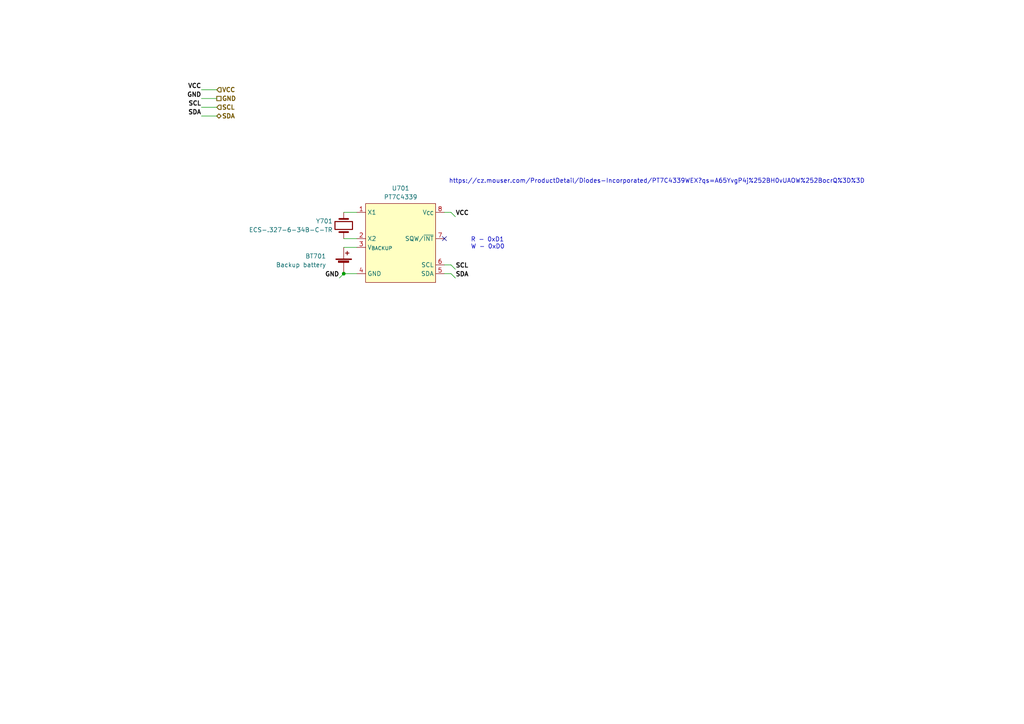
<source format=kicad_sch>
(kicad_sch (version 20211123) (generator eeschema)
  (paper "A4")
  (title_block (title "Control Unit - CanSat 2023") (date "2023-01-18") (rev "2022") (company "Project SkyFall") (comment 1 "David Haisman"))
  (lib_symbols
    (symbol "CanSat_2023:PT7C4339"
      (property "Reference" "U" (at 0 8.89 0))
      (property "Value" "PT7C4339" (at 0 6.35 0))
      (symbol "PT7C4339_0_1"
        (rectangle (start -10.16 11.43) (end 10.16 -11.43) (fill (type background)))
      )
      (symbol "PT7C4339_1_1"
        (pin passive line (at -12.7 8.89 0) (length 2.54) (name "X1") (number "1"))
        (pin passive line (at -12.7 1.27 0) (length 2.54) (name "X2") (number "2"))
        (pin power_in line (at -12.7 -1.27 0) (length 2.54) (name "V_{BACKUP}") (number "3"))
        (pin passive line (at -12.7 -8.89 0) (length 2.54) (name "GND") (number "4"))
        (pin bidirectional line (at 12.7 -8.89 180) (length 2.54) (name "SDA") (number "5"))
        (pin input line (at 12.7 -6.35 180) (length 2.54) (name "SCL") (number "6"))
        (pin output line (at 12.7 1.27 180) (length 2.54) (name "SQW/~{INT}") (number "7"))
        (pin power_in line (at 12.7 8.89 180) (length 2.54) (name "V_{CC}") (number "8"))
      )
    )
    (symbol "Device:Battery_Cell" (pin_numbers hide) (pin_names (offset 0) hide)
      (property "Reference" "BT" (at 2.54 2.54 0))
      (property "Value" "Battery_Cell" (at 2.54 0 0))
      (symbol "Battery_Cell_0_1"
        (rectangle (start -2.286 1.778) (end 2.286 1.524) (fill (type outline)))
        (rectangle (start -1.5748 1.1938) (end 1.4732 0.6858) (fill (type outline)))
        (polyline (pts (xy 0 0.762) (xy 0 0)))
        (polyline (pts (xy 0 1.778) (xy 0 2.54)))
        (polyline (pts (xy 0.508 3.429) (xy 1.524 3.429)) (stroke (width 0.254)))
        (polyline (pts (xy 1.016 3.937) (xy 1.016 2.921)) (stroke (width 0.254)))
      )
      (symbol "Battery_Cell_1_1"
        (pin passive line (at 0 5.08 270) (length 2.54) (name "+") (number "1"))
        (pin passive line (at 0 -2.54 90) (length 2.54) (name "-") (number "2"))
      )
    )
    (symbol "Device:Crystal" (pin_numbers hide) (pin_names (offset 1.016) hide)
      (property "Reference" "Y" (at 0 3.81 0))
      (property "Value" "Crystal" (at 0 -3.81 0))
      (symbol "Crystal_0_1"
        (rectangle (start -1.143 2.54) (end 1.143 -2.54) (stroke (width 0.3048)))
        (polyline (pts (xy -2.54 0) (xy -1.905 0)))
        (polyline (pts (xy -1.905 -1.27) (xy -1.905 1.27)) (stroke (width 0.508)))
        (polyline (pts (xy 1.905 -1.27) (xy 1.905 1.27)) (stroke (width 0.508)))
        (polyline (pts (xy 2.54 0) (xy 1.905 0)))
      )
      (symbol "Crystal_1_1"
        (pin passive line (at -3.81 0 0) (length 1.27) (name "1") (number "1"))
        (pin passive line (at 3.81 0 180) (length 1.27) (name "2") (number "2"))
      )
    )
  )
  (junction (at 99.695 79.375))
  (no_connect (at 128.905 69.215))
  (wire (pts (xy 132.08 80.645) (xy 130.81 79.375)))
  (wire (pts (xy 99.695 71.755) (xy 103.505 71.755)))
  (wire (pts (xy 58.42 28.575) (xy 62.865 28.575)))
  (wire (pts (xy 58.42 31.115) (xy 62.865 31.115)))
  (wire (pts (xy 98.425 80.645) (xy 99.695 79.375)))
  (wire (pts (xy 58.42 26.035) (xy 62.865 26.035)))
  (wire (pts (xy 130.81 76.835) (xy 128.905 76.835)))
  (wire (pts (xy 103.505 69.215) (xy 99.695 69.215)))
  (wire (pts (xy 58.42 33.655) (xy 62.865 33.655)))
  (wire (pts (xy 130.81 61.595) (xy 128.905 61.595)))
  (wire (pts (xy 132.08 62.865) (xy 130.81 61.595)))
  (wire (pts (xy 99.695 61.595) (xy 103.505 61.595)))
  (wire (pts (xy 130.81 79.375) (xy 128.905 79.375)))
  (wire (pts (xy 132.08 78.105) (xy 130.81 76.835)))
  (wire (pts (xy 103.505 79.375) (xy 99.695 79.375)))
  (text "https://cz.mouser.com/ProductDetail/Diodes-Incorporated/PT7C4339WEX?qs=A65YvgP4j%252BH0vUAOW%252BocrQ%3D%3D" (at 130.175 53.34 0) (effects (font (size 1.27 1.27)) (justify left bottom)))
  (text "R - 0xD1\nW - 0xD0" (at 136.525 72.39 0) (effects (font (size 1.27 1.27)) (justify left bottom)))
  (label "GND" (at 58.42 28.575 180) (effects (font bold)))
  (label "VCC" (at 132.08 62.865 0) (effects (font (thickness 0.254) bold)))
  (label "SDA" (at 132.08 80.645 0) (effects (font bold)))
  (label "VCC" (at 58.42 26.035 180) (effects (font (thickness 0.254) bold)))
  (label "GND" (at 98.425 80.645 180) (effects (font bold)))
  (label "SCL" (at 132.08 78.105 0) (effects (font bold)))
  (label "SDA" (at 58.42 33.655 180) (effects (font bold)))
  (label "SCL" (at 58.42 31.115 180) (effects (font bold)))
  (hierarchical_label "SDA" (shape bidirectional) (at 62.865 33.655 0) (effects (font (thickness 0.254) bold)))
  (hierarchical_label "GND" (shape passive) (at 62.865 28.575 0) (effects (font (thickness 0.254) bold)))
  (hierarchical_label "SCL" (shape input) (at 62.865 31.115 0) (effects (font (thickness 0.254) bold)))
  (hierarchical_label "VCC" (shape input) (at 62.865 26.035 0) (effects (font (thickness 0.254) bold)))
  (symbol (lib_id "Device:Battery_Cell") (at 99.695 76.835 0) (unit 1)
    (property "Reference" "BT701" (at 94.615 74.295 0) (effects (justify right)))
    (property "Value" "Backup battery" (at 94.615 76.835 0) (effects (justify right)))
    (property "Footprint" "CanSat:2989" (effects hide))
  )
  (symbol (lib_id "CanSat_2023:PT7C4339") (at 116.205 70.485 0) (unit 1)
    (property "Reference" "U701" (at 116.205 54.61 0))
    (property "Value" "PT7C4339" (at 116.205 57.15 0))
    (property "Footprint" "Package_SO:SOIC-8-1EP_3.9x4.9mm_P1.27mm_EP2.29x3mm" (effects hide))
  )
  (symbol (lib_id "Device:Crystal") (at 99.695 65.405 90) (unit 1)
    (property "Reference" "Y701" (at 96.52 64.135 90) (effects (justify left)))
    (property "Value" "ECS-.327-6-34B-C-TR" (at 96.52 66.675 90) (effects (justify left)))
    (property "Footprint" "1Knihovna:ECX-31B" (effects hide))
  )
)
</source>
